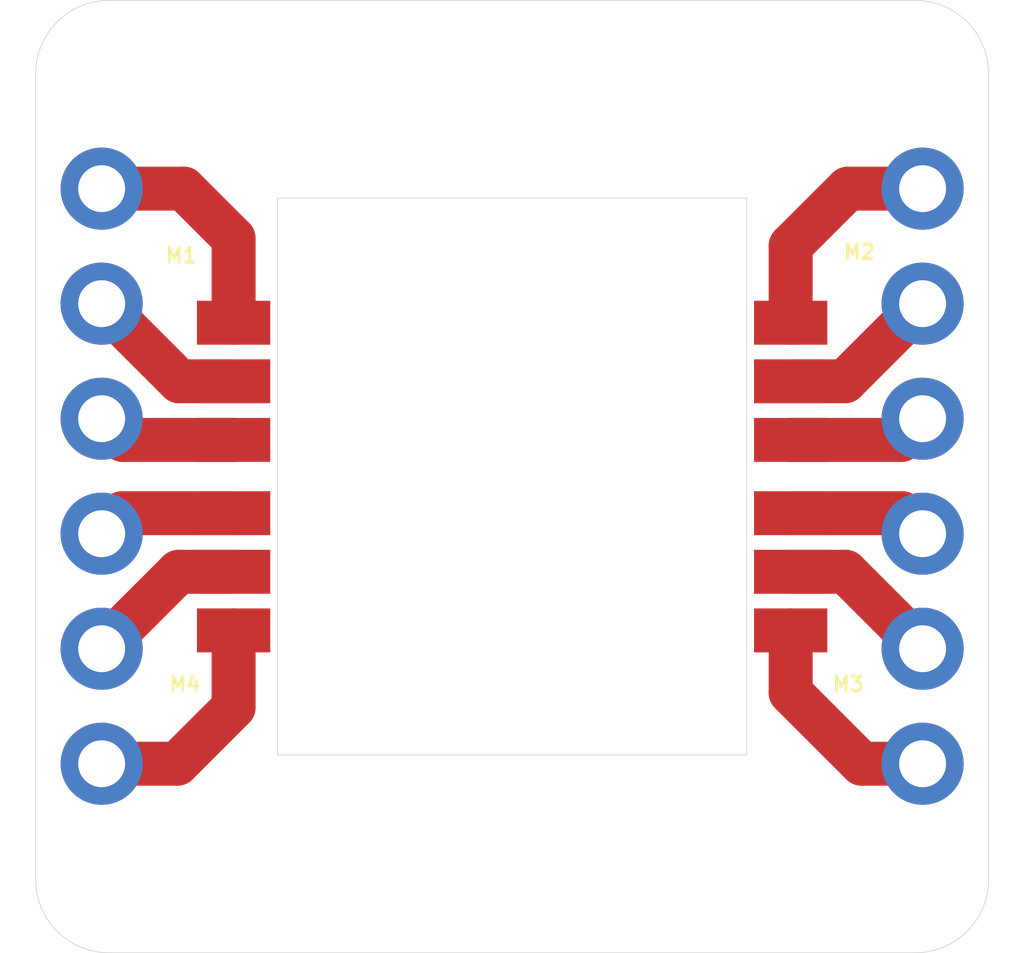
<source format=kicad_pcb>
(kicad_pcb (version 20240108) (generator "pcbnew") (generator_version "8.0")
  (layers (0 "F.Cu" signal) (31 "B.Cu" signal) (34 "B.Paste" user) (35 "F.Paste" user) (36 "B.SilkS" user "B.Silkscreen") (37 "F.SilkS" user "F.Silkscreen") (38 "B.Mask" user) (39 "F.Mask" user) (44 "Edge.Cuts" user))
  (net 0 "")
  (net 1 "Net-(H5-Pad1)")
  (net 2 "Net-(H10-Pad1)")
  (net 3 "Net-(H11-Pad1)")
  (net 4 "Net-(H14-Pad1)")
  (net 5 "Net-(H15-Pad1)")
  (net 6 "Net-(H16-Pad1)")
  (net 7 "Net-(H17-Pad1)")
  (net 8 "Net-(H18-Pad1)")
  (net 9 "Net-(H19-Pad1)")
  (net 10 "Net-(H23-Pad1)")
  (net 11 "Net-(H24-Pad1)")
  (net 12 "Net-(H25-Pad1)")
  (footprint "Custom:ESCPAD" (layer "F.Cu") (at 146.5 130)
    (property "Reference" "H23" (hide yes))
    (property "Value" "MountingHole_Pad")
    (pad "1" smd rect (at 0 0) (size 5 3) (layers "F.Cu" "F.Mask") (net 10 "Net-(H23-Pad1)"))
  )
  (footprint "MountingHole:MountingHole_3.2mm_M3_DIN965_Pad" (layer "F.Cu") (at 99.5 147.1)
    (property "Reference" "H4" (hide yes))
    (property "Value" "MountingHole_Pad")
    (pad "1" thru_hole circle (at 0 0) (size 5.6 5.6) (drill 3.2) (layers "*.Cu" "*.Mask") (net 6 "Net-(H16-Pad1)"))
  )
  (footprint "Custom:ESCPAD" (layer "F.Cu") (at 146.5 125)
    (property "Reference" "H22" (hide yes))
    (property "Value" "MountingHole_Pad")
    (pad "1" smd rect (at 0 0) (size 5 3) (layers "F.Cu" "F.Mask") (net 9 "Net-(H19-Pad1)"))
  )
  (footprint "MountingHole:MountingHole_3.2mm_M3_DIN965_Pad" (layer "F.Cu") (at 99.5 123.55)
    (property "Reference" "H11" (hide yes))
    (property "Value" "MountingHole_Pad")
    (pad "1" thru_hole circle (at 0 0) (size 5.6 5.6) (drill 3.2) (layers "*.Cu" "*.Mask") (net 3 "Net-(H11-Pad1)"))
  )
  (footprint "Custom:ESCPAD" (layer "F.Cu") (at 108.5 121)
    (property "Reference" "H12" (hide yes))
    (property "Value" "MountingHole_Pad")
    (pad "1" smd rect (at 0 0) (size 5 3) (layers "F.Cu" "F.Mask") (net 2 "Net-(H10-Pad1)"))
  )
  (footprint "Custom:ESCPAD" (layer "F.Cu") (at 108.5 130)
    (property "Reference" "H14" (hide yes))
    (property "Value" "MountingHole_Pad")
    (pad "1" smd rect (at 0 0) (size 5 3) (layers "F.Cu" "F.Mask") (net 4 "Net-(H14-Pad1)"))
  )
  (footprint "MountingHole:MountingHole_3.2mm_M3_DIN965_Pad" (layer "F.Cu") (at 155.5 147.1)
    (property "Reference" "H28" (hide yes))
    (property "Value" "MountingHole_Pad")
    (pad "1" thru_hole circle (at 0 0) (size 5.6 5.6) (drill 3.2) (layers "*.Cu" "*.Mask") (net 12 "Net-(H25-Pad1)"))
  )
  (footprint "MountingHole:MountingHole_3.2mm_M3_DIN965_Pad" (layer "F.Cu") (at 155.5 123.55)
    (property "Reference" "H19" (hide yes))
    (property "Value" "MountingHole_Pad")
    (pad "1" thru_hole circle (at 0 0) (size 5.6 5.6) (drill 3.2) (layers "*.Cu" "*.Mask") (net 9 "Net-(H19-Pad1)"))
  )
  (footprint "MountingHole:MountingHole_3.2mm_M3" (layer "F.Cu") (at 155 155)
    (property "Reference" "H7" (hide yes))
    (property "Value" "MountingHole")
    (pad "" np_thru_hole circle (at 0 0) (size 3.2 3.2) (drill 3.2) (layers "*.Cu" "*.Mask"))
  )
  (footprint "Custom:ESCPAD" (layer "F.Cu") (at 146.5 117)
    (property "Reference" "H20" (hide yes))
    (property "Value" "MountingHole_Pad")
    (pad "1" smd rect (at 0 0) (size 5 3) (layers "F.Cu" "F.Mask") (net 7 "Net-(H17-Pad1)"))
  )
  (footprint "Custom:ESCPAD" (layer "F.Cu") (at 146.5 121)
    (property "Reference" "H21" (hide yes))
    (property "Value" "MountingHole_Pad")
    (pad "1" smd rect (at 0 0) (size 5 3) (layers "F.Cu" "F.Mask") (net 8 "Net-(H18-Pad1)"))
  )
  (footprint "Custom:ESCPAD" (layer "F.Cu") (at 108.5 134)
    (property "Reference" "H15" (hide yes))
    (property "Value" "MountingHole_Pad")
    (pad "1" smd rect (at 0 0) (size 5 3) (layers "F.Cu" "F.Mask") (net 5 "Net-(H15-Pad1)"))
  )
  (footprint "MountingHole:MountingHole_3.2mm_M3_DIN965_Pad" (layer "F.Cu") (at 99.5 107.85)
    (property "Reference" "H9" (hide yes))
    (property "Value" "MountingHole_Pad")
    (pad "1" thru_hole circle (at 0 0) (size 5.6 5.6) (drill 3.2) (layers "*.Cu" "*.Mask") (net 1 "Net-(H5-Pad1)"))
  )
  (footprint "MountingHole:MountingHole_3.2mm_M3_DIN965_Pad" (layer "F.Cu") (at 155.5 131.4)
    (property "Reference" "H26" (hide yes))
    (property "Value" "MountingHole_Pad")
    (pad "1" thru_hole circle (at 0 0) (size 5.6 5.6) (drill 3.2) (layers "*.Cu" "*.Mask") (net 10 "Net-(H23-Pad1)"))
  )
  (footprint "MountingHole:MountingHole_3.2mm_M3" (layer "F.Cu") (at 100 155)
    (property "Reference" "H8" (hide yes))
    (property "Value" "MountingHole")
    (pad "" np_thru_hole circle (at 0 0) (size 3.2 3.2) (drill 3.2) (layers "*.Cu" "*.Mask"))
  )
  (footprint "MountingHole:MountingHole_3.2mm_M3_DIN965_Pad" (layer "F.Cu") (at 155.5 115.7)
    (property "Reference" "H18" (hide yes))
    (property "Value" "MountingHole_Pad")
    (pad "1" thru_hole circle (at 0 0) (size 5.6 5.6) (drill 3.2) (layers "*.Cu" "*.Mask") (net 8 "Net-(H18-Pad1)"))
  )
  (footprint "MountingHole:MountingHole_3.2mm_M3_DIN965_Pad" (layer "F.Cu") (at 99.5 115.7)
    (property "Reference" "H10" (hide yes))
    (property "Value" "MountingHole_Pad")
    (pad "1" thru_hole circle (at 0 0) (size 5.6 5.6) (drill 3.2) (layers "*.Cu" "*.Mask") (net 2 "Net-(H10-Pad1)"))
  )
  (footprint "Custom:ESCPAD" (layer "F.Cu") (at 146.5 134)
    (property "Reference" "H24" (hide yes))
    (property "Value" "MountingHole_Pad")
    (pad "1" smd rect (at 0 0) (size 5 3) (layers "F.Cu" "F.Mask") (net 11 "Net-(H24-Pad1)"))
  )
  (footprint "Custom:ESCPAD" (layer "F.Cu") (at 108.5 138)
    (property "Reference" "H16" (hide yes))
    (property "Value" "MountingHole_Pad")
    (pad "1" smd rect (at 0 0) (size 5 3) (layers "F.Cu" "F.Mask") (net 6 "Net-(H16-Pad1)"))
  )
  (footprint "MountingHole:MountingHole_3.2mm_M3_DIN965_Pad" (layer "F.Cu") (at 99.5 131.4)
    (property "Reference" "H2" (hide yes))
    (property "Value" "MountingHole_Pad")
    (pad "1" thru_hole circle (at 0 0) (size 5.6 5.6) (drill 3.2) (layers "*.Cu" "*.Mask") (net 4 "Net-(H14-Pad1)"))
  )
  (footprint "MountingHole:MountingHole_3.2mm_M3_DIN965_Pad" (layer "F.Cu") (at 99.5 139.25)
    (property "Reference" "H3" (hide yes))
    (property "Value" "MountingHole_Pad")
    (pad "1" thru_hole circle (at 0 0) (size 5.6 5.6) (drill 3.2) (layers "*.Cu" "*.Mask") (net 5 "Net-(H15-Pad1)"))
  )
  (footprint "MountingHole:MountingHole_3.2mm_M3_DIN965_Pad" (layer "F.Cu") (at 155.5 139.25)
    (property "Reference" "H27" (hide yes))
    (property "Value" "MountingHole_Pad")
    (pad "1" thru_hole circle (at 0 0) (size 5.6 5.6) (drill 3.2) (layers "*.Cu" "*.Mask") (net 11 "Net-(H24-Pad1)"))
  )
  (footprint "MountingHole:MountingHole_3.2mm_M3" (layer "F.Cu") (at 100 100)
    (property "Reference" "H1" (hide yes))
    (property "Value" "MountingHole")
    (pad "" np_thru_hole circle (at 0 0) (size 3.2 3.2) (drill 3.2) (layers "*.Cu" "*.Mask"))
  )
  (footprint "Custom:ESCPAD" (layer "F.Cu") (at 146.5 138)
    (property "Reference" "H25" (hide yes))
    (property "Value" "MountingHole_Pad")
    (pad "1" smd rect (at 0 0) (size 5 3) (layers "F.Cu" "F.Mask") (net 12 "Net-(H25-Pad1)"))
  )
  (footprint "MountingHole:MountingHole_3.2mm_M3" (layer "F.Cu") (at 155 100)
    (property "Reference" "H6" (hide yes))
    (property "Value" "MountingHole")
    (pad "" np_thru_hole circle (at 0 0) (size 3.2 3.2) (drill 3.2) (layers "*.Cu" "*.Mask"))
  )
  (footprint "Custom:ESCPAD" (layer "F.Cu") (at 108.5 117)
    (property "Reference" "H5" (hide yes))
    (property "Value" "MountingHole_Pad")
    (pad "1" smd rect (at 0 0) (size 5 3) (layers "F.Cu" "F.Mask") (net 1 "Net-(H5-Pad1)"))
  )
  (footprint "Custom:ESCPAD" (layer "F.Cu") (at 108.5 125)
    (property "Reference" "H13" (hide yes))
    (property "Value" "MountingHole_Pad")
    (pad "1" smd rect (at 0 0) (size 5 3) (layers "F.Cu" "F.Mask") (net 3 "Net-(H11-Pad1)"))
  )
  (footprint "MountingHole:MountingHole_3.2mm_M3_DIN965_Pad" (layer "F.Cu") (at 155.5 107.85)
    (property "Reference" "H17" (hide yes))
    (property "Value" "MountingHole_Pad")
    (pad "1" thru_hole circle (at 0 0) (size 5.6 5.6) (drill 3.2) (layers "*.Cu" "*.Mask") (net 7 "Net-(H17-Pad1)"))
  )
  (gr_arc (start 95 100) (mid 96.464466 96.464466) (end 100 95) (stroke (width 0.05)) (layer "Edge.Cuts"))
  (gr_arc (start 100 160) (mid 96.464466 158.535534) (end 95 155) (stroke (width 0.05)) (layer "Edge.Cuts"))
  (gr_arc (start 155 95) (mid 158.535534 96.464466) (end 160 100) (stroke (width 0.05)) (layer "Edge.Cuts"))
  (gr_line (start 95 155) (end 95 100) (stroke (width 0.05)) (layer "Edge.Cuts"))
  (gr_arc (start 160 155) (mid 158.535534 158.535534) (end 155 160) (stroke (width 0.05)) (layer "Edge.Cuts"))
  (gr_line (start 100 95) (end 155 95) (stroke (width 0.05)) (layer "Edge.Cuts"))
  (gr_line (start 155 160) (end 100 160) (stroke (width 0.05)) (layer "Edge.Cuts"))
  (gr_line (start 160 100) (end 160 155) (stroke (width 0.05)) (layer "Edge.Cuts"))
  (gr_rect (start 111.5 108.5) (end 143.5 146.5) (stroke (width 0.05)) (fill none) (layer "Edge.Cuts"))
  (gr_text "M4" (at 104 142.25 0) (layer "F.SilkS") (effects (font (size 1 1) (thickness 0.2) (bold yes)) (justify left bottom)))
  (gr_text "M2" (at 150 112.75 0) (layer "F.SilkS") (effects (font (size 1 1) (thickness 0.2) (bold yes)) (justify left bottom)))
  (gr_text "M3" (at 149.25 142.25 0) (layer "F.SilkS") (effects (font (size 1 1) (thickness 0.2) (bold yes)) (justify left bottom)))
  (gr_text "M1" (at 103.75 113 0) (layer "F.SilkS") (effects (font (size 1 1) (thickness 0.2) (bold yes)) (justify left bottom)))
  (segment (start 108.5 117) (end 108.5 111.25) (width 3) (layer "F.Cu") (net 1))
  (segment (start 108.5 111.25) (end 105.1 107.85) (width 3) (layer "F.Cu") (net 1))
  (segment (start 105.1 107.85) (end 99.5 107.85) (width 3) (layer "F.Cu") (net 1))
  (segment (start 104.8 121) (end 99.5 115.7) (width 3) (layer "F.Cu") (net 2))
  (segment (start 108.5 121) (end 104.8 121) (width 3) (layer "F.Cu") (net 2))
  (segment (start 108.5 125) (end 100.95 125) (width 3) (layer "F.Cu") (net 3))
  (segment (start 100.95 125) (end 99.5 123.55) (width 3) (layer "F.Cu") (net 3))
  (segment (start 108.5 130) (end 100.9 130) (width 3) (layer "F.Cu") (net 4))
  (segment (start 100.9 130) (end 99.5 131.4) (width 3) (layer "F.Cu") (net 4))
  (segment (start 108.5 134) (end 104.75 134) (width 3) (layer "F.Cu") (net 5))
  (segment (start 104.75 134) (end 99.5 139.25) (width 3) (layer "F.Cu") (net 5))
  (segment (start 99.5 147.1) (end 104.65 147.1) (width 3) (layer "F.Cu") (net 6))
  (segment (start 104.65 147.1) (end 108.5 143.25) (width 3) (layer "F.Cu") (net 6))
  (segment (start 108.5 143.25) (end 108.5 138) (width 3) (layer "F.Cu") (net 6))
  (segment (start 150.4 107.85) (end 146.5 111.75) (width 3) (layer "F.Cu") (net 7))
  (segment (start 146.5 111.75) (end 146.5 117) (width 3) (layer "F.Cu") (net 7))
  (segment (start 155.5 107.85) (end 150.4 107.85) (width 3) (layer "F.Cu") (net 7))
  (segment (start 150.2 121) (end 155.5 115.7) (width 3) (layer "F.Cu") (net 8))
  (segment (start 146.5 121) (end 150.2 121) (width 3) (layer "F.Cu") (net 8))
  (segment (start 146.5 125) (end 154.05 125) (width 3) (layer "F.Cu") (net 9))
  (segment (start 154.05 125) (end 155.5 123.55) (width 3) (layer "F.Cu") (net 9))
  (segment (start 154.1 130) (end 155.5 131.4) (width 3) (layer "F.Cu") (net 10))
  (segment (start 146.5 130) (end 154.1 130) (width 3) (layer "F.Cu") (net 10))
  (segment (start 146.5 134) (end 150.25 134) (width 3) (layer "F.Cu") (net 11))
  (segment (start 150.25 134) (end 155.5 139.25) (width 3) (layer "F.Cu") (net 11))
  (segment (start 146.5 142.25) (end 151.35 147.1) (width 3) (layer "F.Cu") (net 12))
  (segment (start 146.5 138) (end 146.5 142.25) (width 3) (layer "F.Cu") (net 12))
  (segment (start 151.35 147.1) (end 155.5 147.1) (width 3) (layer "F.Cu") (net 12))
)
</source>
